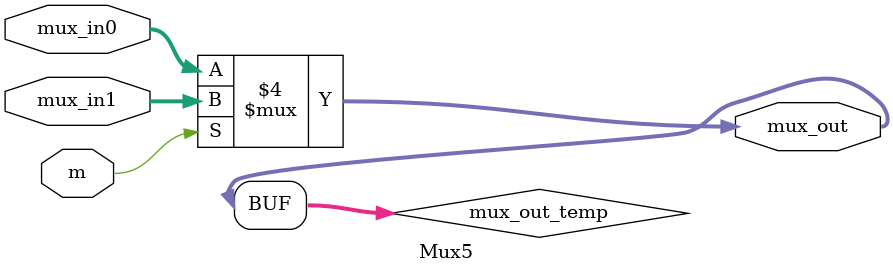
<source format=v>
`timescale 1ns / 1ps
module Mux5(
	input [4:0] mux_in0,  // 4 Î»ÊäÈë a
	input [4:0] mux_in1,  // 4 Î»ÊäÈë b
	input m,  // 1 Î»ÊäÈë£¬µ± s=0 Ê± r µÄÖµµÈÓÚ a£¬s=1 Ê± r µÄÖµµÈÓÚ b
	output [4:0]  mux_out// 4 Î»Êä³ö£¬ÏàÓ¦Î»µÄÖµÓÉ a b s µÄÖµÈ·¶¨
	);

	reg [4:0] mux_out_temp;
	assign mux_out = mux_out_temp;

	always @(mux_in0 or mux_in1 or m) begin
		if (m == 0)
			mux_out_temp = mux_in0;
		else
			mux_out_temp = mux_in1;
	end

endmodule

</source>
